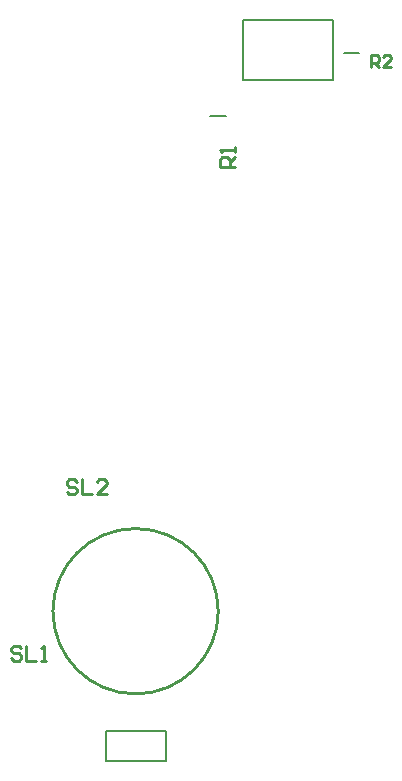
<source format=gto>
G04 Layer_Color=65535*
%FSLAX25Y25*%
%MOIN*%
G70*
G01*
G75*
%ADD13C,0.01000*%
%ADD21C,0.00787*%
D13*
X27559Y0D02*
G03*
X27559Y0I-27559J0D01*
G01*
X78500Y181500D02*
Y185499D01*
X80499D01*
X81166Y184832D01*
Y183499D01*
X80499Y182833D01*
X78500D01*
X79833D02*
X81166Y181500D01*
X85164D02*
X82499D01*
X85164Y184166D01*
Y184832D01*
X84498Y185499D01*
X83165D01*
X82499Y184832D01*
X-19668Y43165D02*
X-20501Y43998D01*
X-22167D01*
X-23000Y43165D01*
Y42332D01*
X-22167Y41499D01*
X-20501D01*
X-19668Y40666D01*
Y39833D01*
X-20501Y39000D01*
X-22167D01*
X-23000Y39833D01*
X-18002Y43998D02*
Y39000D01*
X-14669D01*
X-9671D02*
X-13003D01*
X-9671Y42332D01*
Y43165D01*
X-10504Y43998D01*
X-12170D01*
X-13003Y43165D01*
X-38168Y-12335D02*
X-39001Y-11502D01*
X-40667D01*
X-41500Y-12335D01*
Y-13168D01*
X-40667Y-14001D01*
X-39001D01*
X-38168Y-14834D01*
Y-15667D01*
X-39001Y-16500D01*
X-40667D01*
X-41500Y-15667D01*
X-36502Y-11502D02*
Y-16500D01*
X-33169D01*
X-31503D02*
X-29837D01*
X-30670D01*
Y-11502D01*
X-31503Y-12335D01*
X33000Y148000D02*
X28002D01*
Y150499D01*
X28835Y151332D01*
X30501D01*
X31334Y150499D01*
Y148000D01*
Y149666D02*
X33000Y151332D01*
Y152998D02*
Y154665D01*
Y153831D01*
X28002D01*
X28835Y152998D01*
D21*
X69504Y186024D02*
X74622D01*
X-10000Y-50000D02*
X10000D01*
Y-40000D01*
X-10000D02*
X10000D01*
X-10000Y-50000D02*
Y-40000D01*
X65709Y177087D02*
Y197087D01*
X35709Y177087D02*
Y197087D01*
X65709D01*
X35709Y177087D02*
X65709D01*
X46542D02*
X65709D01*
X24941Y165000D02*
X30059D01*
M02*

</source>
